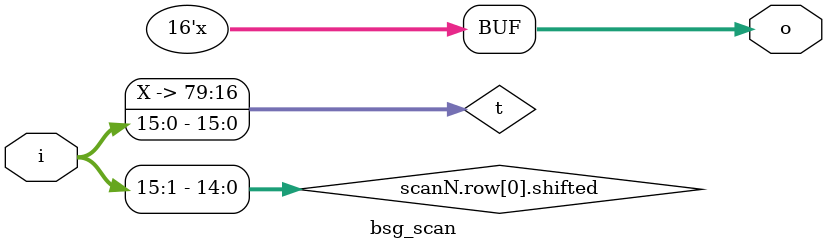
<source format=v>
module bsg_scan(i, o);
  input [15:0] i;
  wire [15:0] i;
  output [15:0] o;
  wire [15:0] o;
  wire [14:0] \scanN.row[0].shifted ;
  wire [79:0] t;
  assign o = 16'hxxxx;
  assign \scanN.row[0].shifted  = i[15:1];
  assign t = { 64'hxxxxxxxxxxxxxxxx, i };
endmodule

</source>
